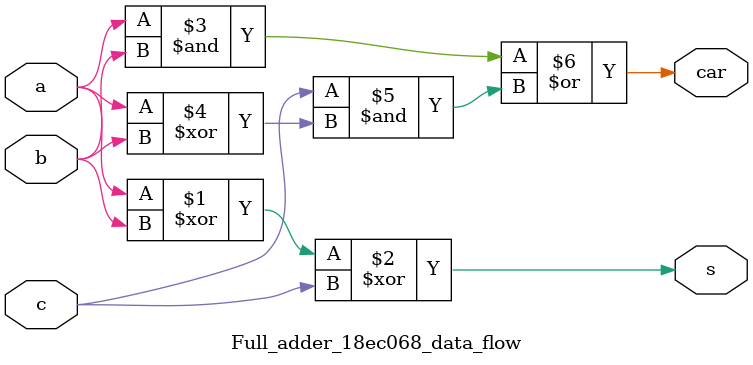
<source format=v>
`timescale 1ns / 1ps
module Full_adder_18ec068_data_flow(
    input  a,
    input b,
    input c,
    output s,
    output car
    );
	 assign s=a^b^c;
	 assign car=(a&b)|c&(a^b);


endmodule

</source>
